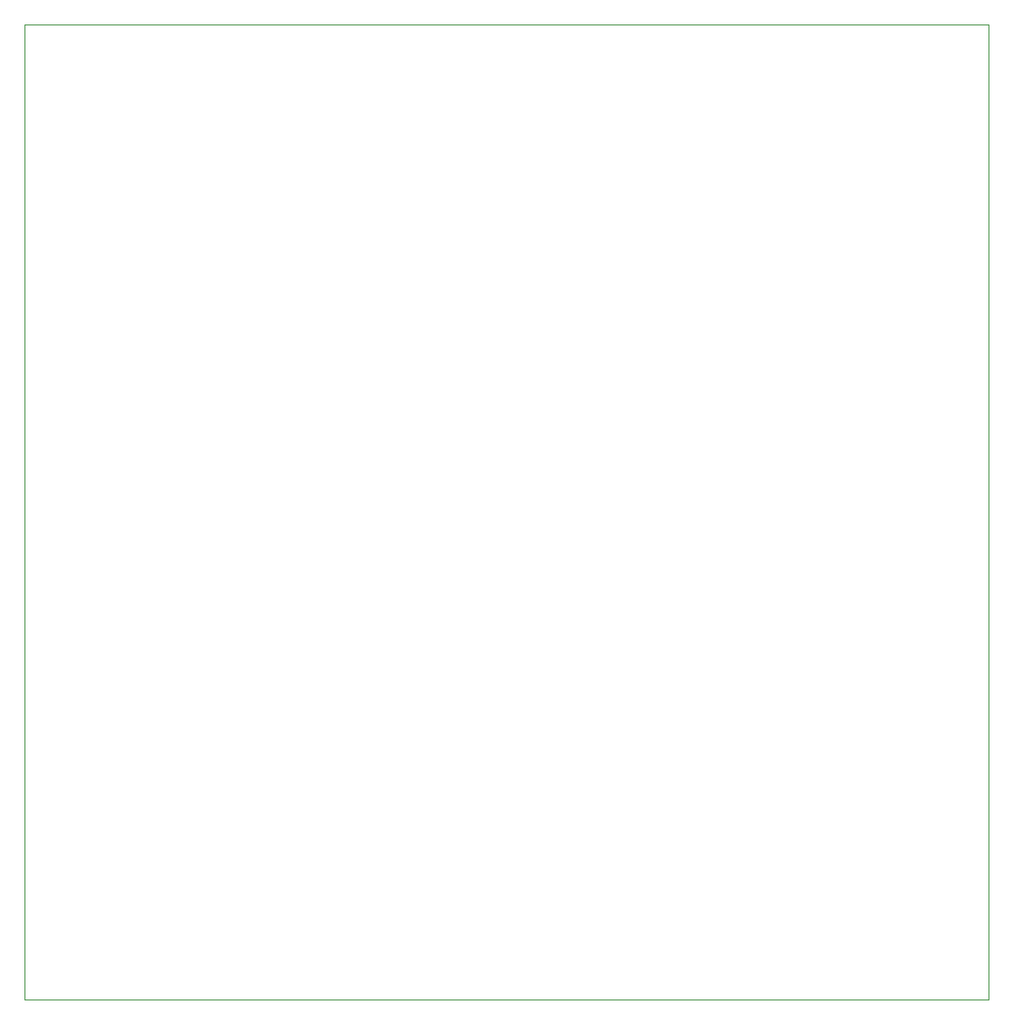
<source format=gm1>
G04 #@! TF.GenerationSoftware,KiCad,Pcbnew,(6.0.1)*
G04 #@! TF.CreationDate,2022-02-14T21:07:26+01:00*
G04 #@! TF.ProjectId,hotair-soldering-station-main-pcb ,686f7461-6972-42d7-936f-6c646572696e,rev?*
G04 #@! TF.SameCoordinates,Original*
G04 #@! TF.FileFunction,Profile,NP*
%FSLAX46Y46*%
G04 Gerber Fmt 4.6, Leading zero omitted, Abs format (unit mm)*
G04 Created by KiCad (PCBNEW (6.0.1)) date 2022-02-14 21:07:26*
%MOMM*%
%LPD*%
G01*
G04 APERTURE LIST*
G04 #@! TA.AperFunction,Profile*
%ADD10C,0.050000*%
G04 #@! TD*
G04 APERTURE END LIST*
D10*
X17000000Y-109000000D02*
X17000000Y-90000000D01*
X107000000Y-109000000D02*
X17000000Y-109000000D01*
X17000000Y-90000000D02*
X17000000Y-18000000D01*
X17000000Y-18000000D02*
X107000000Y-18000000D01*
X107000000Y-18000000D02*
X107000000Y-109000000D01*
M02*

</source>
